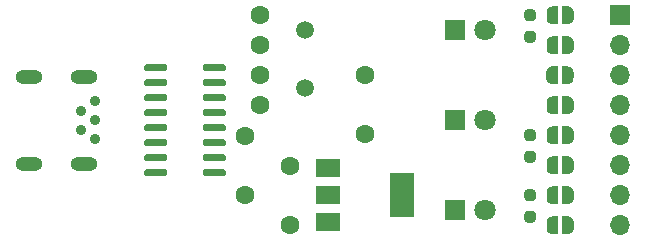
<source format=gbr>
%TF.GenerationSoftware,KiCad,Pcbnew,(5.1.7)-1*%
%TF.CreationDate,2020-12-05T19:57:28+01:00*%
%TF.ProjectId,WiFi-RC-Switch-Programmer,57694669-2d52-4432-9d53-77697463682d,rev?*%
%TF.SameCoordinates,Original*%
%TF.FileFunction,Soldermask,Top*%
%TF.FilePolarity,Negative*%
%FSLAX46Y46*%
G04 Gerber Fmt 4.6, Leading zero omitted, Abs format (unit mm)*
G04 Created by KiCad (PCBNEW (5.1.7)-1) date 2020-12-05 19:57:28*
%MOMM*%
%LPD*%
G01*
G04 APERTURE LIST*
%ADD10C,1.600000*%
%ADD11R,1.800000X1.800000*%
%ADD12C,1.800000*%
%ADD13C,0.900000*%
%ADD14O,2.300000X1.200000*%
%ADD15R,1.700000X1.700000*%
%ADD16O,1.700000X1.700000*%
%ADD17C,0.100000*%
%ADD18R,2.000000X3.800000*%
%ADD19R,2.000000X1.500000*%
%ADD20C,1.500000*%
G04 APERTURE END LIST*
D10*
%TO.C,C1*%
X133350000Y-105490000D03*
X133350000Y-110490000D03*
%TD*%
%TO.C,C2*%
X139700000Y-97790000D03*
X139700000Y-102790000D03*
%TD*%
%TO.C,C3*%
X130810000Y-97790000D03*
X130810000Y-100290000D03*
%TD*%
%TO.C,C4*%
X130810000Y-92710000D03*
X130810000Y-95210000D03*
%TD*%
%TO.C,C5*%
X129540000Y-102950000D03*
X129540000Y-107950000D03*
%TD*%
D11*
%TO.C,D1*%
X147320000Y-93980000D03*
D12*
X149860000Y-93980000D03*
%TD*%
%TO.C,D2*%
X149860000Y-101600000D03*
D11*
X147320000Y-101600000D03*
%TD*%
%TO.C,D3*%
X147320000Y-109220000D03*
D12*
X149860000Y-109220000D03*
%TD*%
D13*
%TO.C,J1*%
X116840000Y-101600000D03*
X116840000Y-100000000D03*
X115640000Y-100800000D03*
X115640000Y-102400000D03*
X116840000Y-103200000D03*
D14*
X115940000Y-105300000D03*
X115940000Y-97900000D03*
X111240000Y-97900000D03*
X111240000Y-105300000D03*
%TD*%
D15*
%TO.C,J2*%
X161290000Y-92710000D03*
D16*
X161290000Y-95250000D03*
X161290000Y-97790000D03*
X161290000Y-100330000D03*
X161290000Y-102870000D03*
X161290000Y-105410000D03*
X161290000Y-107950000D03*
X161290000Y-110490000D03*
%TD*%
D17*
%TO.C,JP1*%
G36*
X156860000Y-109740602D02*
G01*
X156884534Y-109740602D01*
X156933365Y-109745412D01*
X156981490Y-109754984D01*
X157028445Y-109769228D01*
X157073778Y-109788005D01*
X157117051Y-109811136D01*
X157157850Y-109838396D01*
X157195779Y-109869524D01*
X157230476Y-109904221D01*
X157261604Y-109942150D01*
X157288864Y-109982949D01*
X157311995Y-110026222D01*
X157330772Y-110071555D01*
X157345016Y-110118510D01*
X157354588Y-110166635D01*
X157359398Y-110215466D01*
X157359398Y-110240000D01*
X157360000Y-110240000D01*
X157360000Y-110740000D01*
X157359398Y-110740000D01*
X157359398Y-110764534D01*
X157354588Y-110813365D01*
X157345016Y-110861490D01*
X157330772Y-110908445D01*
X157311995Y-110953778D01*
X157288864Y-110997051D01*
X157261604Y-111037850D01*
X157230476Y-111075779D01*
X157195779Y-111110476D01*
X157157850Y-111141604D01*
X157117051Y-111168864D01*
X157073778Y-111191995D01*
X157028445Y-111210772D01*
X156981490Y-111225016D01*
X156933365Y-111234588D01*
X156884534Y-111239398D01*
X156860000Y-111239398D01*
X156860000Y-111240000D01*
X156360000Y-111240000D01*
X156360000Y-109740000D01*
X156860000Y-109740000D01*
X156860000Y-109740602D01*
G37*
G36*
X156060000Y-111240000D02*
G01*
X155560000Y-111240000D01*
X155560000Y-111239398D01*
X155535466Y-111239398D01*
X155486635Y-111234588D01*
X155438510Y-111225016D01*
X155391555Y-111210772D01*
X155346222Y-111191995D01*
X155302949Y-111168864D01*
X155262150Y-111141604D01*
X155224221Y-111110476D01*
X155189524Y-111075779D01*
X155158396Y-111037850D01*
X155131136Y-110997051D01*
X155108005Y-110953778D01*
X155089228Y-110908445D01*
X155074984Y-110861490D01*
X155065412Y-110813365D01*
X155060602Y-110764534D01*
X155060602Y-110740000D01*
X155060000Y-110740000D01*
X155060000Y-110240000D01*
X155060602Y-110240000D01*
X155060602Y-110215466D01*
X155065412Y-110166635D01*
X155074984Y-110118510D01*
X155089228Y-110071555D01*
X155108005Y-110026222D01*
X155131136Y-109982949D01*
X155158396Y-109942150D01*
X155189524Y-109904221D01*
X155224221Y-109869524D01*
X155262150Y-109838396D01*
X155302949Y-109811136D01*
X155346222Y-109788005D01*
X155391555Y-109769228D01*
X155438510Y-109754984D01*
X155486635Y-109745412D01*
X155535466Y-109740602D01*
X155560000Y-109740602D01*
X155560000Y-109740000D01*
X156060000Y-109740000D01*
X156060000Y-111240000D01*
G37*
%TD*%
%TO.C,JP2*%
G36*
X156060000Y-108700000D02*
G01*
X155560000Y-108700000D01*
X155560000Y-108699398D01*
X155535466Y-108699398D01*
X155486635Y-108694588D01*
X155438510Y-108685016D01*
X155391555Y-108670772D01*
X155346222Y-108651995D01*
X155302949Y-108628864D01*
X155262150Y-108601604D01*
X155224221Y-108570476D01*
X155189524Y-108535779D01*
X155158396Y-108497850D01*
X155131136Y-108457051D01*
X155108005Y-108413778D01*
X155089228Y-108368445D01*
X155074984Y-108321490D01*
X155065412Y-108273365D01*
X155060602Y-108224534D01*
X155060602Y-108200000D01*
X155060000Y-108200000D01*
X155060000Y-107700000D01*
X155060602Y-107700000D01*
X155060602Y-107675466D01*
X155065412Y-107626635D01*
X155074984Y-107578510D01*
X155089228Y-107531555D01*
X155108005Y-107486222D01*
X155131136Y-107442949D01*
X155158396Y-107402150D01*
X155189524Y-107364221D01*
X155224221Y-107329524D01*
X155262150Y-107298396D01*
X155302949Y-107271136D01*
X155346222Y-107248005D01*
X155391555Y-107229228D01*
X155438510Y-107214984D01*
X155486635Y-107205412D01*
X155535466Y-107200602D01*
X155560000Y-107200602D01*
X155560000Y-107200000D01*
X156060000Y-107200000D01*
X156060000Y-108700000D01*
G37*
G36*
X156860000Y-107200602D02*
G01*
X156884534Y-107200602D01*
X156933365Y-107205412D01*
X156981490Y-107214984D01*
X157028445Y-107229228D01*
X157073778Y-107248005D01*
X157117051Y-107271136D01*
X157157850Y-107298396D01*
X157195779Y-107329524D01*
X157230476Y-107364221D01*
X157261604Y-107402150D01*
X157288864Y-107442949D01*
X157311995Y-107486222D01*
X157330772Y-107531555D01*
X157345016Y-107578510D01*
X157354588Y-107626635D01*
X157359398Y-107675466D01*
X157359398Y-107700000D01*
X157360000Y-107700000D01*
X157360000Y-108200000D01*
X157359398Y-108200000D01*
X157359398Y-108224534D01*
X157354588Y-108273365D01*
X157345016Y-108321490D01*
X157330772Y-108368445D01*
X157311995Y-108413778D01*
X157288864Y-108457051D01*
X157261604Y-108497850D01*
X157230476Y-108535779D01*
X157195779Y-108570476D01*
X157157850Y-108601604D01*
X157117051Y-108628864D01*
X157073778Y-108651995D01*
X157028445Y-108670772D01*
X156981490Y-108685016D01*
X156933365Y-108694588D01*
X156884534Y-108699398D01*
X156860000Y-108699398D01*
X156860000Y-108700000D01*
X156360000Y-108700000D01*
X156360000Y-107200000D01*
X156860000Y-107200000D01*
X156860000Y-107200602D01*
G37*
%TD*%
%TO.C,JP3*%
G36*
X156860000Y-104660602D02*
G01*
X156884534Y-104660602D01*
X156933365Y-104665412D01*
X156981490Y-104674984D01*
X157028445Y-104689228D01*
X157073778Y-104708005D01*
X157117051Y-104731136D01*
X157157850Y-104758396D01*
X157195779Y-104789524D01*
X157230476Y-104824221D01*
X157261604Y-104862150D01*
X157288864Y-104902949D01*
X157311995Y-104946222D01*
X157330772Y-104991555D01*
X157345016Y-105038510D01*
X157354588Y-105086635D01*
X157359398Y-105135466D01*
X157359398Y-105160000D01*
X157360000Y-105160000D01*
X157360000Y-105660000D01*
X157359398Y-105660000D01*
X157359398Y-105684534D01*
X157354588Y-105733365D01*
X157345016Y-105781490D01*
X157330772Y-105828445D01*
X157311995Y-105873778D01*
X157288864Y-105917051D01*
X157261604Y-105957850D01*
X157230476Y-105995779D01*
X157195779Y-106030476D01*
X157157850Y-106061604D01*
X157117051Y-106088864D01*
X157073778Y-106111995D01*
X157028445Y-106130772D01*
X156981490Y-106145016D01*
X156933365Y-106154588D01*
X156884534Y-106159398D01*
X156860000Y-106159398D01*
X156860000Y-106160000D01*
X156360000Y-106160000D01*
X156360000Y-104660000D01*
X156860000Y-104660000D01*
X156860000Y-104660602D01*
G37*
G36*
X156060000Y-106160000D02*
G01*
X155560000Y-106160000D01*
X155560000Y-106159398D01*
X155535466Y-106159398D01*
X155486635Y-106154588D01*
X155438510Y-106145016D01*
X155391555Y-106130772D01*
X155346222Y-106111995D01*
X155302949Y-106088864D01*
X155262150Y-106061604D01*
X155224221Y-106030476D01*
X155189524Y-105995779D01*
X155158396Y-105957850D01*
X155131136Y-105917051D01*
X155108005Y-105873778D01*
X155089228Y-105828445D01*
X155074984Y-105781490D01*
X155065412Y-105733365D01*
X155060602Y-105684534D01*
X155060602Y-105660000D01*
X155060000Y-105660000D01*
X155060000Y-105160000D01*
X155060602Y-105160000D01*
X155060602Y-105135466D01*
X155065412Y-105086635D01*
X155074984Y-105038510D01*
X155089228Y-104991555D01*
X155108005Y-104946222D01*
X155131136Y-104902949D01*
X155158396Y-104862150D01*
X155189524Y-104824221D01*
X155224221Y-104789524D01*
X155262150Y-104758396D01*
X155302949Y-104731136D01*
X155346222Y-104708005D01*
X155391555Y-104689228D01*
X155438510Y-104674984D01*
X155486635Y-104665412D01*
X155535466Y-104660602D01*
X155560000Y-104660602D01*
X155560000Y-104660000D01*
X156060000Y-104660000D01*
X156060000Y-106160000D01*
G37*
%TD*%
%TO.C,JP4*%
G36*
X156060000Y-103620000D02*
G01*
X155560000Y-103620000D01*
X155560000Y-103619398D01*
X155535466Y-103619398D01*
X155486635Y-103614588D01*
X155438510Y-103605016D01*
X155391555Y-103590772D01*
X155346222Y-103571995D01*
X155302949Y-103548864D01*
X155262150Y-103521604D01*
X155224221Y-103490476D01*
X155189524Y-103455779D01*
X155158396Y-103417850D01*
X155131136Y-103377051D01*
X155108005Y-103333778D01*
X155089228Y-103288445D01*
X155074984Y-103241490D01*
X155065412Y-103193365D01*
X155060602Y-103144534D01*
X155060602Y-103120000D01*
X155060000Y-103120000D01*
X155060000Y-102620000D01*
X155060602Y-102620000D01*
X155060602Y-102595466D01*
X155065412Y-102546635D01*
X155074984Y-102498510D01*
X155089228Y-102451555D01*
X155108005Y-102406222D01*
X155131136Y-102362949D01*
X155158396Y-102322150D01*
X155189524Y-102284221D01*
X155224221Y-102249524D01*
X155262150Y-102218396D01*
X155302949Y-102191136D01*
X155346222Y-102168005D01*
X155391555Y-102149228D01*
X155438510Y-102134984D01*
X155486635Y-102125412D01*
X155535466Y-102120602D01*
X155560000Y-102120602D01*
X155560000Y-102120000D01*
X156060000Y-102120000D01*
X156060000Y-103620000D01*
G37*
G36*
X156860000Y-102120602D02*
G01*
X156884534Y-102120602D01*
X156933365Y-102125412D01*
X156981490Y-102134984D01*
X157028445Y-102149228D01*
X157073778Y-102168005D01*
X157117051Y-102191136D01*
X157157850Y-102218396D01*
X157195779Y-102249524D01*
X157230476Y-102284221D01*
X157261604Y-102322150D01*
X157288864Y-102362949D01*
X157311995Y-102406222D01*
X157330772Y-102451555D01*
X157345016Y-102498510D01*
X157354588Y-102546635D01*
X157359398Y-102595466D01*
X157359398Y-102620000D01*
X157360000Y-102620000D01*
X157360000Y-103120000D01*
X157359398Y-103120000D01*
X157359398Y-103144534D01*
X157354588Y-103193365D01*
X157345016Y-103241490D01*
X157330772Y-103288445D01*
X157311995Y-103333778D01*
X157288864Y-103377051D01*
X157261604Y-103417850D01*
X157230476Y-103455779D01*
X157195779Y-103490476D01*
X157157850Y-103521604D01*
X157117051Y-103548864D01*
X157073778Y-103571995D01*
X157028445Y-103590772D01*
X156981490Y-103605016D01*
X156933365Y-103614588D01*
X156884534Y-103619398D01*
X156860000Y-103619398D01*
X156860000Y-103620000D01*
X156360000Y-103620000D01*
X156360000Y-102120000D01*
X156860000Y-102120000D01*
X156860000Y-102120602D01*
G37*
%TD*%
%TO.C,JP5*%
G36*
X156060000Y-101080000D02*
G01*
X155560000Y-101080000D01*
X155560000Y-101079398D01*
X155535466Y-101079398D01*
X155486635Y-101074588D01*
X155438510Y-101065016D01*
X155391555Y-101050772D01*
X155346222Y-101031995D01*
X155302949Y-101008864D01*
X155262150Y-100981604D01*
X155224221Y-100950476D01*
X155189524Y-100915779D01*
X155158396Y-100877850D01*
X155131136Y-100837051D01*
X155108005Y-100793778D01*
X155089228Y-100748445D01*
X155074984Y-100701490D01*
X155065412Y-100653365D01*
X155060602Y-100604534D01*
X155060602Y-100580000D01*
X155060000Y-100580000D01*
X155060000Y-100080000D01*
X155060602Y-100080000D01*
X155060602Y-100055466D01*
X155065412Y-100006635D01*
X155074984Y-99958510D01*
X155089228Y-99911555D01*
X155108005Y-99866222D01*
X155131136Y-99822949D01*
X155158396Y-99782150D01*
X155189524Y-99744221D01*
X155224221Y-99709524D01*
X155262150Y-99678396D01*
X155302949Y-99651136D01*
X155346222Y-99628005D01*
X155391555Y-99609228D01*
X155438510Y-99594984D01*
X155486635Y-99585412D01*
X155535466Y-99580602D01*
X155560000Y-99580602D01*
X155560000Y-99580000D01*
X156060000Y-99580000D01*
X156060000Y-101080000D01*
G37*
G36*
X156860000Y-99580602D02*
G01*
X156884534Y-99580602D01*
X156933365Y-99585412D01*
X156981490Y-99594984D01*
X157028445Y-99609228D01*
X157073778Y-99628005D01*
X157117051Y-99651136D01*
X157157850Y-99678396D01*
X157195779Y-99709524D01*
X157230476Y-99744221D01*
X157261604Y-99782150D01*
X157288864Y-99822949D01*
X157311995Y-99866222D01*
X157330772Y-99911555D01*
X157345016Y-99958510D01*
X157354588Y-100006635D01*
X157359398Y-100055466D01*
X157359398Y-100080000D01*
X157360000Y-100080000D01*
X157360000Y-100580000D01*
X157359398Y-100580000D01*
X157359398Y-100604534D01*
X157354588Y-100653365D01*
X157345016Y-100701490D01*
X157330772Y-100748445D01*
X157311995Y-100793778D01*
X157288864Y-100837051D01*
X157261604Y-100877850D01*
X157230476Y-100915779D01*
X157195779Y-100950476D01*
X157157850Y-100981604D01*
X157117051Y-101008864D01*
X157073778Y-101031995D01*
X157028445Y-101050772D01*
X156981490Y-101065016D01*
X156933365Y-101074588D01*
X156884534Y-101079398D01*
X156860000Y-101079398D01*
X156860000Y-101080000D01*
X156360000Y-101080000D01*
X156360000Y-99580000D01*
X156860000Y-99580000D01*
X156860000Y-99580602D01*
G37*
%TD*%
%TO.C,JP6*%
G36*
X156845000Y-97040602D02*
G01*
X156869534Y-97040602D01*
X156918365Y-97045412D01*
X156966490Y-97054984D01*
X157013445Y-97069228D01*
X157058778Y-97088005D01*
X157102051Y-97111136D01*
X157142850Y-97138396D01*
X157180779Y-97169524D01*
X157215476Y-97204221D01*
X157246604Y-97242150D01*
X157273864Y-97282949D01*
X157296995Y-97326222D01*
X157315772Y-97371555D01*
X157330016Y-97418510D01*
X157339588Y-97466635D01*
X157344398Y-97515466D01*
X157344398Y-97540000D01*
X157345000Y-97540000D01*
X157345000Y-98040000D01*
X157344398Y-98040000D01*
X157344398Y-98064534D01*
X157339588Y-98113365D01*
X157330016Y-98161490D01*
X157315772Y-98208445D01*
X157296995Y-98253778D01*
X157273864Y-98297051D01*
X157246604Y-98337850D01*
X157215476Y-98375779D01*
X157180779Y-98410476D01*
X157142850Y-98441604D01*
X157102051Y-98468864D01*
X157058778Y-98491995D01*
X157013445Y-98510772D01*
X156966490Y-98525016D01*
X156918365Y-98534588D01*
X156869534Y-98539398D01*
X156845000Y-98539398D01*
X156845000Y-98540000D01*
X156345000Y-98540000D01*
X156345000Y-97040000D01*
X156845000Y-97040000D01*
X156845000Y-97040602D01*
G37*
G36*
X156045000Y-98540000D02*
G01*
X155545000Y-98540000D01*
X155545000Y-98539398D01*
X155520466Y-98539398D01*
X155471635Y-98534588D01*
X155423510Y-98525016D01*
X155376555Y-98510772D01*
X155331222Y-98491995D01*
X155287949Y-98468864D01*
X155247150Y-98441604D01*
X155209221Y-98410476D01*
X155174524Y-98375779D01*
X155143396Y-98337850D01*
X155116136Y-98297051D01*
X155093005Y-98253778D01*
X155074228Y-98208445D01*
X155059984Y-98161490D01*
X155050412Y-98113365D01*
X155045602Y-98064534D01*
X155045602Y-98040000D01*
X155045000Y-98040000D01*
X155045000Y-97540000D01*
X155045602Y-97540000D01*
X155045602Y-97515466D01*
X155050412Y-97466635D01*
X155059984Y-97418510D01*
X155074228Y-97371555D01*
X155093005Y-97326222D01*
X155116136Y-97282949D01*
X155143396Y-97242150D01*
X155174524Y-97204221D01*
X155209221Y-97169524D01*
X155247150Y-97138396D01*
X155287949Y-97111136D01*
X155331222Y-97088005D01*
X155376555Y-97069228D01*
X155423510Y-97054984D01*
X155471635Y-97045412D01*
X155520466Y-97040602D01*
X155545000Y-97040602D01*
X155545000Y-97040000D01*
X156045000Y-97040000D01*
X156045000Y-98540000D01*
G37*
%TD*%
%TO.C,JP7*%
G36*
X156060000Y-96000000D02*
G01*
X155560000Y-96000000D01*
X155560000Y-95999398D01*
X155535466Y-95999398D01*
X155486635Y-95994588D01*
X155438510Y-95985016D01*
X155391555Y-95970772D01*
X155346222Y-95951995D01*
X155302949Y-95928864D01*
X155262150Y-95901604D01*
X155224221Y-95870476D01*
X155189524Y-95835779D01*
X155158396Y-95797850D01*
X155131136Y-95757051D01*
X155108005Y-95713778D01*
X155089228Y-95668445D01*
X155074984Y-95621490D01*
X155065412Y-95573365D01*
X155060602Y-95524534D01*
X155060602Y-95500000D01*
X155060000Y-95500000D01*
X155060000Y-95000000D01*
X155060602Y-95000000D01*
X155060602Y-94975466D01*
X155065412Y-94926635D01*
X155074984Y-94878510D01*
X155089228Y-94831555D01*
X155108005Y-94786222D01*
X155131136Y-94742949D01*
X155158396Y-94702150D01*
X155189524Y-94664221D01*
X155224221Y-94629524D01*
X155262150Y-94598396D01*
X155302949Y-94571136D01*
X155346222Y-94548005D01*
X155391555Y-94529228D01*
X155438510Y-94514984D01*
X155486635Y-94505412D01*
X155535466Y-94500602D01*
X155560000Y-94500602D01*
X155560000Y-94500000D01*
X156060000Y-94500000D01*
X156060000Y-96000000D01*
G37*
G36*
X156860000Y-94500602D02*
G01*
X156884534Y-94500602D01*
X156933365Y-94505412D01*
X156981490Y-94514984D01*
X157028445Y-94529228D01*
X157073778Y-94548005D01*
X157117051Y-94571136D01*
X157157850Y-94598396D01*
X157195779Y-94629524D01*
X157230476Y-94664221D01*
X157261604Y-94702150D01*
X157288864Y-94742949D01*
X157311995Y-94786222D01*
X157330772Y-94831555D01*
X157345016Y-94878510D01*
X157354588Y-94926635D01*
X157359398Y-94975466D01*
X157359398Y-95000000D01*
X157360000Y-95000000D01*
X157360000Y-95500000D01*
X157359398Y-95500000D01*
X157359398Y-95524534D01*
X157354588Y-95573365D01*
X157345016Y-95621490D01*
X157330772Y-95668445D01*
X157311995Y-95713778D01*
X157288864Y-95757051D01*
X157261604Y-95797850D01*
X157230476Y-95835779D01*
X157195779Y-95870476D01*
X157157850Y-95901604D01*
X157117051Y-95928864D01*
X157073778Y-95951995D01*
X157028445Y-95970772D01*
X156981490Y-95985016D01*
X156933365Y-95994588D01*
X156884534Y-95999398D01*
X156860000Y-95999398D01*
X156860000Y-96000000D01*
X156360000Y-96000000D01*
X156360000Y-94500000D01*
X156860000Y-94500000D01*
X156860000Y-94500602D01*
G37*
%TD*%
%TO.C,JP8*%
G36*
X156860000Y-91960602D02*
G01*
X156884534Y-91960602D01*
X156933365Y-91965412D01*
X156981490Y-91974984D01*
X157028445Y-91989228D01*
X157073778Y-92008005D01*
X157117051Y-92031136D01*
X157157850Y-92058396D01*
X157195779Y-92089524D01*
X157230476Y-92124221D01*
X157261604Y-92162150D01*
X157288864Y-92202949D01*
X157311995Y-92246222D01*
X157330772Y-92291555D01*
X157345016Y-92338510D01*
X157354588Y-92386635D01*
X157359398Y-92435466D01*
X157359398Y-92460000D01*
X157360000Y-92460000D01*
X157360000Y-92960000D01*
X157359398Y-92960000D01*
X157359398Y-92984534D01*
X157354588Y-93033365D01*
X157345016Y-93081490D01*
X157330772Y-93128445D01*
X157311995Y-93173778D01*
X157288864Y-93217051D01*
X157261604Y-93257850D01*
X157230476Y-93295779D01*
X157195779Y-93330476D01*
X157157850Y-93361604D01*
X157117051Y-93388864D01*
X157073778Y-93411995D01*
X157028445Y-93430772D01*
X156981490Y-93445016D01*
X156933365Y-93454588D01*
X156884534Y-93459398D01*
X156860000Y-93459398D01*
X156860000Y-93460000D01*
X156360000Y-93460000D01*
X156360000Y-91960000D01*
X156860000Y-91960000D01*
X156860000Y-91960602D01*
G37*
G36*
X156060000Y-93460000D02*
G01*
X155560000Y-93460000D01*
X155560000Y-93459398D01*
X155535466Y-93459398D01*
X155486635Y-93454588D01*
X155438510Y-93445016D01*
X155391555Y-93430772D01*
X155346222Y-93411995D01*
X155302949Y-93388864D01*
X155262150Y-93361604D01*
X155224221Y-93330476D01*
X155189524Y-93295779D01*
X155158396Y-93257850D01*
X155131136Y-93217051D01*
X155108005Y-93173778D01*
X155089228Y-93128445D01*
X155074984Y-93081490D01*
X155065412Y-93033365D01*
X155060602Y-92984534D01*
X155060602Y-92960000D01*
X155060000Y-92960000D01*
X155060000Y-92460000D01*
X155060602Y-92460000D01*
X155060602Y-92435466D01*
X155065412Y-92386635D01*
X155074984Y-92338510D01*
X155089228Y-92291555D01*
X155108005Y-92246222D01*
X155131136Y-92202949D01*
X155158396Y-92162150D01*
X155189524Y-92124221D01*
X155224221Y-92089524D01*
X155262150Y-92058396D01*
X155302949Y-92031136D01*
X155346222Y-92008005D01*
X155391555Y-91989228D01*
X155438510Y-91974984D01*
X155486635Y-91965412D01*
X155535466Y-91960602D01*
X155560000Y-91960602D01*
X155560000Y-91960000D01*
X156060000Y-91960000D01*
X156060000Y-93460000D01*
G37*
%TD*%
%TO.C,R2*%
G36*
G01*
X153907500Y-95022500D02*
X153432500Y-95022500D01*
G75*
G02*
X153195000Y-94785000I0J237500D01*
G01*
X153195000Y-94285000D01*
G75*
G02*
X153432500Y-94047500I237500J0D01*
G01*
X153907500Y-94047500D01*
G75*
G02*
X154145000Y-94285000I0J-237500D01*
G01*
X154145000Y-94785000D01*
G75*
G02*
X153907500Y-95022500I-237500J0D01*
G01*
G37*
G36*
G01*
X153907500Y-93197500D02*
X153432500Y-93197500D01*
G75*
G02*
X153195000Y-92960000I0J237500D01*
G01*
X153195000Y-92460000D01*
G75*
G02*
X153432500Y-92222500I237500J0D01*
G01*
X153907500Y-92222500D01*
G75*
G02*
X154145000Y-92460000I0J-237500D01*
G01*
X154145000Y-92960000D01*
G75*
G02*
X153907500Y-93197500I-237500J0D01*
G01*
G37*
%TD*%
%TO.C,R4*%
G36*
G01*
X153907500Y-103357500D02*
X153432500Y-103357500D01*
G75*
G02*
X153195000Y-103120000I0J237500D01*
G01*
X153195000Y-102620000D01*
G75*
G02*
X153432500Y-102382500I237500J0D01*
G01*
X153907500Y-102382500D01*
G75*
G02*
X154145000Y-102620000I0J-237500D01*
G01*
X154145000Y-103120000D01*
G75*
G02*
X153907500Y-103357500I-237500J0D01*
G01*
G37*
G36*
G01*
X153907500Y-105182500D02*
X153432500Y-105182500D01*
G75*
G02*
X153195000Y-104945000I0J237500D01*
G01*
X153195000Y-104445000D01*
G75*
G02*
X153432500Y-104207500I237500J0D01*
G01*
X153907500Y-104207500D01*
G75*
G02*
X154145000Y-104445000I0J-237500D01*
G01*
X154145000Y-104945000D01*
G75*
G02*
X153907500Y-105182500I-237500J0D01*
G01*
G37*
%TD*%
%TO.C,R6*%
G36*
G01*
X153432500Y-107462500D02*
X153907500Y-107462500D01*
G75*
G02*
X154145000Y-107700000I0J-237500D01*
G01*
X154145000Y-108200000D01*
G75*
G02*
X153907500Y-108437500I-237500J0D01*
G01*
X153432500Y-108437500D01*
G75*
G02*
X153195000Y-108200000I0J237500D01*
G01*
X153195000Y-107700000D01*
G75*
G02*
X153432500Y-107462500I237500J0D01*
G01*
G37*
G36*
G01*
X153432500Y-109287500D02*
X153907500Y-109287500D01*
G75*
G02*
X154145000Y-109525000I0J-237500D01*
G01*
X154145000Y-110025000D01*
G75*
G02*
X153907500Y-110262500I-237500J0D01*
G01*
X153432500Y-110262500D01*
G75*
G02*
X153195000Y-110025000I0J237500D01*
G01*
X153195000Y-109525000D01*
G75*
G02*
X153432500Y-109287500I237500J0D01*
G01*
G37*
%TD*%
D18*
%TO.C,U1*%
X142850000Y-107950000D03*
D19*
X136550000Y-107950000D03*
X136550000Y-110250000D03*
X136550000Y-105650000D03*
%TD*%
%TO.C,U2*%
G36*
G01*
X127910000Y-105895000D02*
X127910000Y-106195000D01*
G75*
G02*
X127760000Y-106345000I-150000J0D01*
G01*
X126110000Y-106345000D01*
G75*
G02*
X125960000Y-106195000I0J150000D01*
G01*
X125960000Y-105895000D01*
G75*
G02*
X126110000Y-105745000I150000J0D01*
G01*
X127760000Y-105745000D01*
G75*
G02*
X127910000Y-105895000I0J-150000D01*
G01*
G37*
G36*
G01*
X127910000Y-104625000D02*
X127910000Y-104925000D01*
G75*
G02*
X127760000Y-105075000I-150000J0D01*
G01*
X126110000Y-105075000D01*
G75*
G02*
X125960000Y-104925000I0J150000D01*
G01*
X125960000Y-104625000D01*
G75*
G02*
X126110000Y-104475000I150000J0D01*
G01*
X127760000Y-104475000D01*
G75*
G02*
X127910000Y-104625000I0J-150000D01*
G01*
G37*
G36*
G01*
X127910000Y-103355000D02*
X127910000Y-103655000D01*
G75*
G02*
X127760000Y-103805000I-150000J0D01*
G01*
X126110000Y-103805000D01*
G75*
G02*
X125960000Y-103655000I0J150000D01*
G01*
X125960000Y-103355000D01*
G75*
G02*
X126110000Y-103205000I150000J0D01*
G01*
X127760000Y-103205000D01*
G75*
G02*
X127910000Y-103355000I0J-150000D01*
G01*
G37*
G36*
G01*
X127910000Y-102085000D02*
X127910000Y-102385000D01*
G75*
G02*
X127760000Y-102535000I-150000J0D01*
G01*
X126110000Y-102535000D01*
G75*
G02*
X125960000Y-102385000I0J150000D01*
G01*
X125960000Y-102085000D01*
G75*
G02*
X126110000Y-101935000I150000J0D01*
G01*
X127760000Y-101935000D01*
G75*
G02*
X127910000Y-102085000I0J-150000D01*
G01*
G37*
G36*
G01*
X127910000Y-100815000D02*
X127910000Y-101115000D01*
G75*
G02*
X127760000Y-101265000I-150000J0D01*
G01*
X126110000Y-101265000D01*
G75*
G02*
X125960000Y-101115000I0J150000D01*
G01*
X125960000Y-100815000D01*
G75*
G02*
X126110000Y-100665000I150000J0D01*
G01*
X127760000Y-100665000D01*
G75*
G02*
X127910000Y-100815000I0J-150000D01*
G01*
G37*
G36*
G01*
X127910000Y-99545000D02*
X127910000Y-99845000D01*
G75*
G02*
X127760000Y-99995000I-150000J0D01*
G01*
X126110000Y-99995000D01*
G75*
G02*
X125960000Y-99845000I0J150000D01*
G01*
X125960000Y-99545000D01*
G75*
G02*
X126110000Y-99395000I150000J0D01*
G01*
X127760000Y-99395000D01*
G75*
G02*
X127910000Y-99545000I0J-150000D01*
G01*
G37*
G36*
G01*
X127910000Y-98275000D02*
X127910000Y-98575000D01*
G75*
G02*
X127760000Y-98725000I-150000J0D01*
G01*
X126110000Y-98725000D01*
G75*
G02*
X125960000Y-98575000I0J150000D01*
G01*
X125960000Y-98275000D01*
G75*
G02*
X126110000Y-98125000I150000J0D01*
G01*
X127760000Y-98125000D01*
G75*
G02*
X127910000Y-98275000I0J-150000D01*
G01*
G37*
G36*
G01*
X127910000Y-97005000D02*
X127910000Y-97305000D01*
G75*
G02*
X127760000Y-97455000I-150000J0D01*
G01*
X126110000Y-97455000D01*
G75*
G02*
X125960000Y-97305000I0J150000D01*
G01*
X125960000Y-97005000D01*
G75*
G02*
X126110000Y-96855000I150000J0D01*
G01*
X127760000Y-96855000D01*
G75*
G02*
X127910000Y-97005000I0J-150000D01*
G01*
G37*
G36*
G01*
X122960000Y-97005000D02*
X122960000Y-97305000D01*
G75*
G02*
X122810000Y-97455000I-150000J0D01*
G01*
X121160000Y-97455000D01*
G75*
G02*
X121010000Y-97305000I0J150000D01*
G01*
X121010000Y-97005000D01*
G75*
G02*
X121160000Y-96855000I150000J0D01*
G01*
X122810000Y-96855000D01*
G75*
G02*
X122960000Y-97005000I0J-150000D01*
G01*
G37*
G36*
G01*
X122960000Y-98275000D02*
X122960000Y-98575000D01*
G75*
G02*
X122810000Y-98725000I-150000J0D01*
G01*
X121160000Y-98725000D01*
G75*
G02*
X121010000Y-98575000I0J150000D01*
G01*
X121010000Y-98275000D01*
G75*
G02*
X121160000Y-98125000I150000J0D01*
G01*
X122810000Y-98125000D01*
G75*
G02*
X122960000Y-98275000I0J-150000D01*
G01*
G37*
G36*
G01*
X122960000Y-99545000D02*
X122960000Y-99845000D01*
G75*
G02*
X122810000Y-99995000I-150000J0D01*
G01*
X121160000Y-99995000D01*
G75*
G02*
X121010000Y-99845000I0J150000D01*
G01*
X121010000Y-99545000D01*
G75*
G02*
X121160000Y-99395000I150000J0D01*
G01*
X122810000Y-99395000D01*
G75*
G02*
X122960000Y-99545000I0J-150000D01*
G01*
G37*
G36*
G01*
X122960000Y-100815000D02*
X122960000Y-101115000D01*
G75*
G02*
X122810000Y-101265000I-150000J0D01*
G01*
X121160000Y-101265000D01*
G75*
G02*
X121010000Y-101115000I0J150000D01*
G01*
X121010000Y-100815000D01*
G75*
G02*
X121160000Y-100665000I150000J0D01*
G01*
X122810000Y-100665000D01*
G75*
G02*
X122960000Y-100815000I0J-150000D01*
G01*
G37*
G36*
G01*
X122960000Y-102085000D02*
X122960000Y-102385000D01*
G75*
G02*
X122810000Y-102535000I-150000J0D01*
G01*
X121160000Y-102535000D01*
G75*
G02*
X121010000Y-102385000I0J150000D01*
G01*
X121010000Y-102085000D01*
G75*
G02*
X121160000Y-101935000I150000J0D01*
G01*
X122810000Y-101935000D01*
G75*
G02*
X122960000Y-102085000I0J-150000D01*
G01*
G37*
G36*
G01*
X122960000Y-103355000D02*
X122960000Y-103655000D01*
G75*
G02*
X122810000Y-103805000I-150000J0D01*
G01*
X121160000Y-103805000D01*
G75*
G02*
X121010000Y-103655000I0J150000D01*
G01*
X121010000Y-103355000D01*
G75*
G02*
X121160000Y-103205000I150000J0D01*
G01*
X122810000Y-103205000D01*
G75*
G02*
X122960000Y-103355000I0J-150000D01*
G01*
G37*
G36*
G01*
X122960000Y-104625000D02*
X122960000Y-104925000D01*
G75*
G02*
X122810000Y-105075000I-150000J0D01*
G01*
X121160000Y-105075000D01*
G75*
G02*
X121010000Y-104925000I0J150000D01*
G01*
X121010000Y-104625000D01*
G75*
G02*
X121160000Y-104475000I150000J0D01*
G01*
X122810000Y-104475000D01*
G75*
G02*
X122960000Y-104625000I0J-150000D01*
G01*
G37*
G36*
G01*
X122960000Y-105895000D02*
X122960000Y-106195000D01*
G75*
G02*
X122810000Y-106345000I-150000J0D01*
G01*
X121160000Y-106345000D01*
G75*
G02*
X121010000Y-106195000I0J150000D01*
G01*
X121010000Y-105895000D01*
G75*
G02*
X121160000Y-105745000I150000J0D01*
G01*
X122810000Y-105745000D01*
G75*
G02*
X122960000Y-105895000I0J-150000D01*
G01*
G37*
%TD*%
D20*
%TO.C,Y1*%
X134620000Y-93980000D03*
X134620000Y-98860000D03*
%TD*%
M02*

</source>
